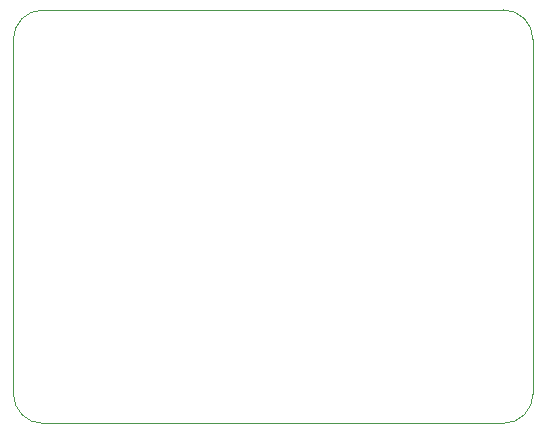
<source format=gm1>
G04 #@! TF.GenerationSoftware,KiCad,Pcbnew,5.1.5*
G04 #@! TF.CreationDate,2020-02-06T17:50:48+09:00*
G04 #@! TF.ProjectId,MIDI-Guy,4d494449-2d47-4757-992e-6b696361645f,rev?*
G04 #@! TF.SameCoordinates,Original*
G04 #@! TF.FileFunction,Profile,NP*
%FSLAX46Y46*%
G04 Gerber Fmt 4.6, Leading zero omitted, Abs format (unit mm)*
G04 Created by KiCad (PCBNEW 5.1.5) date 2020-02-06 17:50:48*
%MOMM*%
%LPD*%
G04 APERTURE LIST*
%ADD10C,0.050000*%
G04 APERTURE END LIST*
D10*
X56000000Y-72500000D02*
X56000000Y-42500000D01*
X58500000Y-75000000D02*
G75*
G02X56000000Y-72500000I0J2500000D01*
G01*
X97500000Y-75000000D02*
X58500000Y-75000000D01*
X100000000Y-42500000D02*
X100000000Y-72500000D01*
X58500000Y-40000000D02*
X97500000Y-40000000D01*
X56000000Y-42500000D02*
G75*
G02X58500000Y-40000000I2500000J0D01*
G01*
X100000000Y-72500000D02*
G75*
G02X97500000Y-75000000I-2500000J0D01*
G01*
X97500000Y-40000000D02*
G75*
G02X100000000Y-42500000I0J-2500000D01*
G01*
M02*

</source>
